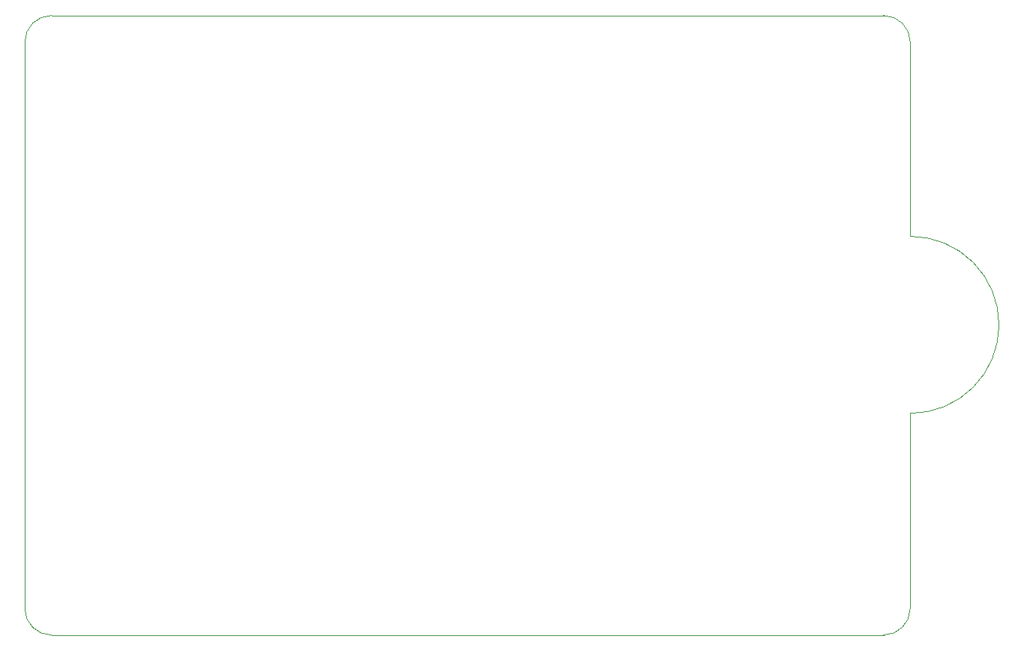
<source format=gbr>
%TF.GenerationSoftware,KiCad,Pcbnew,9.0.0*%
%TF.CreationDate,2025-04-11T09:44:11+02:00*%
%TF.ProjectId,Panzer_PCB,50616e7a-6572-45f5-9043-422e6b696361,rev?*%
%TF.SameCoordinates,Original*%
%TF.FileFunction,Profile,NP*%
%FSLAX46Y46*%
G04 Gerber Fmt 4.6, Leading zero omitted, Abs format (unit mm)*
G04 Created by KiCad (PCBNEW 9.0.0) date 2025-04-11 09:44:11*
%MOMM*%
%LPD*%
G01*
G04 APERTURE LIST*
%TA.AperFunction,Profile*%
%ADD10C,0.100000*%
%TD*%
G04 APERTURE END LIST*
D10*
X200060000Y-74999941D02*
G75*
G02*
X200040000Y-94999999I20000J-10000059D01*
G01*
X200040000Y-94999998D02*
X200050000Y-117070000D01*
X200040000Y-75000000D02*
X200050000Y-53010000D01*
X197050000Y-50040000D02*
G75*
G02*
X200050000Y-53040000I0J-3000000D01*
G01*
X103050000Y-120060000D02*
G75*
G02*
X100050000Y-117060000I0J3000000D01*
G01*
X100050000Y-53040000D02*
G75*
G02*
X103050000Y-50040000I3000000J0D01*
G01*
X197050000Y-120060000D02*
X103050000Y-120060000D01*
X103050000Y-50040000D02*
X197050000Y-50040000D01*
X100050000Y-117060000D02*
X100050000Y-53040000D01*
X200050000Y-117060000D02*
G75*
G02*
X197050000Y-120060000I-3000000J0D01*
G01*
M02*

</source>
